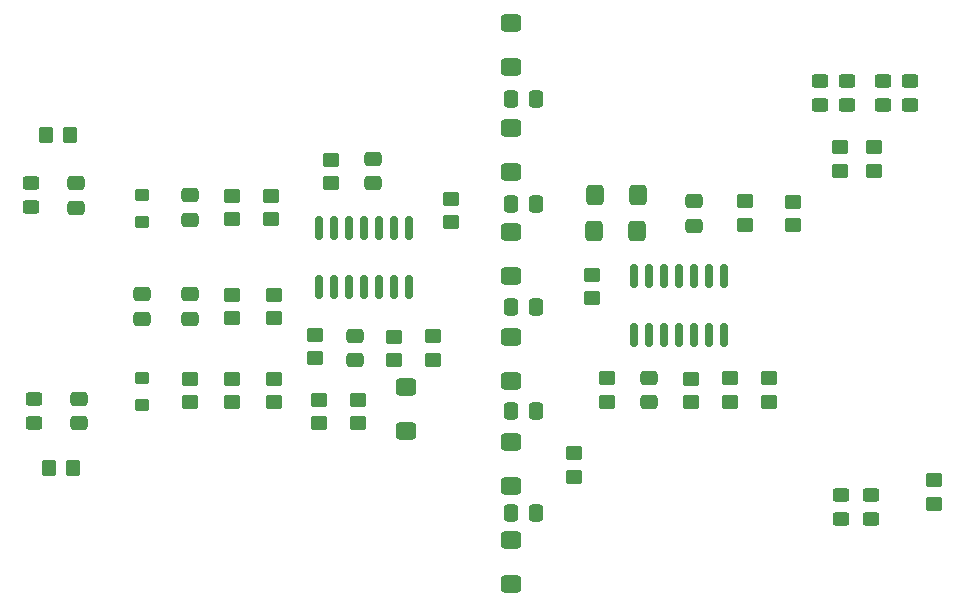
<source format=gbr>
%TF.GenerationSoftware,KiCad,Pcbnew,9.0.0*%
%TF.CreationDate,2025-03-26T23:14:20+00:00*%
%TF.ProjectId,diode-ladder-filter-synth-module,64696f64-652d-46c6-9164-6465722d6669,rev?*%
%TF.SameCoordinates,Original*%
%TF.FileFunction,Paste,Top*%
%TF.FilePolarity,Positive*%
%FSLAX46Y46*%
G04 Gerber Fmt 4.6, Leading zero omitted, Abs format (unit mm)*
G04 Created by KiCad (PCBNEW 9.0.0) date 2025-03-26 23:14:20*
%MOMM*%
%LPD*%
G01*
G04 APERTURE LIST*
G04 Aperture macros list*
%AMRoundRect*
0 Rectangle with rounded corners*
0 $1 Rounding radius*
0 $2 $3 $4 $5 $6 $7 $8 $9 X,Y pos of 4 corners*
0 Add a 4 corners polygon primitive as box body*
4,1,4,$2,$3,$4,$5,$6,$7,$8,$9,$2,$3,0*
0 Add four circle primitives for the rounded corners*
1,1,$1+$1,$2,$3*
1,1,$1+$1,$4,$5*
1,1,$1+$1,$6,$7*
1,1,$1+$1,$8,$9*
0 Add four rect primitives between the rounded corners*
20,1,$1+$1,$2,$3,$4,$5,0*
20,1,$1+$1,$4,$5,$6,$7,0*
20,1,$1+$1,$6,$7,$8,$9,0*
20,1,$1+$1,$8,$9,$2,$3,0*%
G04 Aperture macros list end*
%ADD10RoundRect,0.286538X0.458462X0.563462X-0.458462X0.563462X-0.458462X-0.563462X0.458462X-0.563462X0*%
%ADD11RoundRect,0.284615X0.455385X0.565385X-0.455385X0.565385X-0.455385X-0.565385X0.455385X-0.565385X0*%
%ADD12RoundRect,0.286538X0.563462X-0.458462X0.563462X0.458462X-0.563462X0.458462X-0.563462X-0.458462X0*%
%ADD13RoundRect,0.284615X0.565385X-0.455385X0.565385X0.455385X-0.565385X0.455385X-0.565385X-0.455385X0*%
%ADD14RoundRect,0.250000X0.450000X-0.350000X0.450000X0.350000X-0.450000X0.350000X-0.450000X-0.350000X0*%
%ADD15RoundRect,0.250000X-0.475000X0.337500X-0.475000X-0.337500X0.475000X-0.337500X0.475000X0.337500X0*%
%ADD16RoundRect,0.250000X-0.450000X0.325000X-0.450000X-0.325000X0.450000X-0.325000X0.450000X0.325000X0*%
%ADD17RoundRect,0.286538X-0.458462X-0.563462X0.458462X-0.563462X0.458462X0.563462X-0.458462X0.563462X0*%
%ADD18RoundRect,0.284615X-0.455385X-0.565385X0.455385X-0.565385X0.455385X0.565385X-0.455385X0.565385X0*%
%ADD19RoundRect,0.150000X0.150000X-0.825000X0.150000X0.825000X-0.150000X0.825000X-0.150000X-0.825000X0*%
%ADD20RoundRect,0.250000X-0.450000X0.350000X-0.450000X-0.350000X0.450000X-0.350000X0.450000X0.350000X0*%
%ADD21RoundRect,0.250000X0.337500X0.475000X-0.337500X0.475000X-0.337500X-0.475000X0.337500X-0.475000X0*%
%ADD22RoundRect,0.250000X0.450000X-0.325000X0.450000X0.325000X-0.450000X0.325000X-0.450000X-0.325000X0*%
%ADD23RoundRect,0.250000X0.475000X-0.337500X0.475000X0.337500X-0.475000X0.337500X-0.475000X-0.337500X0*%
%ADD24RoundRect,0.250000X-0.350000X-0.450000X0.350000X-0.450000X0.350000X0.450000X-0.350000X0.450000X0*%
%ADD25RoundRect,0.250000X-0.350000X0.275000X-0.350000X-0.275000X0.350000X-0.275000X0.350000X0.275000X0*%
G04 APERTURE END LIST*
D10*
%TO.C,D14*%
X163193000Y-67818000D03*
D11*
X166878000Y-67818000D03*
%TD*%
D12*
%TO.C,D13*%
X156210000Y-93980000D03*
D13*
X156210000Y-97665000D03*
%TD*%
D14*
%TO.C,R16*%
X139954000Y-82074000D03*
X139954000Y-84074000D03*
%TD*%
D15*
%TO.C,C2*%
X144526000Y-63754000D03*
X144526000Y-61679000D03*
%TD*%
D16*
%TO.C,D5*%
X184150000Y-92202000D03*
X184150000Y-90152000D03*
%TD*%
D17*
%TO.C,D15*%
X166945000Y-64770000D03*
D18*
X163260000Y-64770000D03*
%TD*%
D19*
%TO.C,U2*%
X166624000Y-71628000D03*
X167894000Y-71628000D03*
X169164000Y-71628000D03*
X170434000Y-71628000D03*
X171704000Y-71628000D03*
X172974000Y-71628000D03*
X174244000Y-71628000D03*
X174244000Y-76578000D03*
X172974000Y-76578000D03*
X171704000Y-76578000D03*
X170434000Y-76578000D03*
X169164000Y-76578000D03*
X167894000Y-76578000D03*
X166624000Y-76578000D03*
%TD*%
D20*
%TO.C,R22*%
X171450000Y-82296000D03*
X171450000Y-80296000D03*
%TD*%
D15*
%TO.C,C4*%
X171704000Y-67353000D03*
X171704000Y-65278000D03*
%TD*%
%TO.C,C3*%
X167894000Y-82296000D03*
X167894000Y-80221000D03*
%TD*%
D14*
%TO.C,R7*%
X136144000Y-73184000D03*
X136144000Y-75184000D03*
%TD*%
D15*
%TO.C,C1*%
X143002000Y-78740000D03*
X143002000Y-76665000D03*
%TD*%
D21*
%TO.C,C13*%
X156210000Y-83058000D03*
X158285000Y-83058000D03*
%TD*%
D20*
%TO.C,R6*%
X178054000Y-82248000D03*
X178054000Y-80248000D03*
%TD*%
D12*
%TO.C,D8*%
X156210000Y-50225000D03*
D13*
X156210000Y-53910000D03*
%TD*%
D20*
%TO.C,R26*%
X180086000Y-67310000D03*
X180086000Y-65310000D03*
%TD*%
%TO.C,R9*%
X136144000Y-82296000D03*
X136144000Y-80296000D03*
%TD*%
D14*
%TO.C,R19*%
X132588000Y-64802000D03*
X132588000Y-66802000D03*
%TD*%
%TO.C,R23*%
X174752000Y-80248000D03*
X174752000Y-82248000D03*
%TD*%
D22*
%TO.C,D6*%
X182372000Y-55118000D03*
X182372000Y-57168000D03*
%TD*%
D16*
%TO.C,D2*%
X115570000Y-65804000D03*
X115570000Y-63754000D03*
%TD*%
D23*
%TO.C,C7*%
X124968000Y-73152000D03*
X124968000Y-75227000D03*
%TD*%
D15*
%TO.C,C8*%
X129032000Y-75227000D03*
X129032000Y-73152000D03*
%TD*%
D21*
%TO.C,C14*%
X156210000Y-91694000D03*
X158285000Y-91694000D03*
%TD*%
D20*
%TO.C,R10*%
X149606000Y-78708000D03*
X149606000Y-76708000D03*
%TD*%
D12*
%TO.C,D10*%
X156210000Y-67880000D03*
D13*
X156210000Y-71565000D03*
%TD*%
D14*
%TO.C,R11*%
X161544000Y-86614000D03*
X161544000Y-88614000D03*
%TD*%
D20*
%TO.C,R3*%
X192024000Y-90900000D03*
X192024000Y-88900000D03*
%TD*%
D24*
%TO.C,R1*%
X119094000Y-87884000D03*
X117094000Y-87884000D03*
%TD*%
D12*
%TO.C,D12*%
X156210000Y-85660000D03*
D13*
X156210000Y-89345000D03*
%TD*%
D14*
%TO.C,R13*%
X129032000Y-80296000D03*
X129032000Y-82296000D03*
%TD*%
D12*
%TO.C,D7*%
X147320000Y-81026000D03*
D13*
X147320000Y-84711000D03*
%TD*%
D16*
%TO.C,D4*%
X184658000Y-57168000D03*
X184658000Y-55118000D03*
%TD*%
D23*
%TO.C,C5*%
X119634000Y-81999000D03*
X119634000Y-84074000D03*
%TD*%
D20*
%TO.C,R12*%
X151130000Y-67056000D03*
X151130000Y-65056000D03*
%TD*%
D16*
%TO.C,D17*%
X187706000Y-57159000D03*
X187706000Y-55109000D03*
%TD*%
D14*
%TO.C,R14*%
X132588000Y-80296000D03*
X132588000Y-82296000D03*
%TD*%
D25*
%TO.C,FB1*%
X124968000Y-82550000D03*
X124968000Y-80250000D03*
%TD*%
D14*
%TO.C,R27*%
X186944000Y-60706000D03*
X186944000Y-62706000D03*
%TD*%
D22*
%TO.C,D3*%
X186690000Y-90170000D03*
X186690000Y-92220000D03*
%TD*%
D14*
%TO.C,R4*%
X184023000Y-60706000D03*
X184023000Y-62706000D03*
%TD*%
D22*
%TO.C,D16*%
X189992000Y-55118000D03*
X189992000Y-57168000D03*
%TD*%
D14*
%TO.C,R24*%
X176022000Y-65278000D03*
X176022000Y-67278000D03*
%TD*%
D21*
%TO.C,C10*%
X156210000Y-56642000D03*
X158285000Y-56642000D03*
%TD*%
D12*
%TO.C,D11*%
X156210000Y-76770000D03*
D13*
X156210000Y-80455000D03*
%TD*%
D14*
%TO.C,R15*%
X143256000Y-82074000D03*
X143256000Y-84074000D03*
%TD*%
D20*
%TO.C,R21*%
X164338000Y-82264000D03*
X164338000Y-80264000D03*
%TD*%
D25*
%TO.C,FB2*%
X124968000Y-67056000D03*
X124968000Y-64756000D03*
%TD*%
D16*
%TO.C,D1*%
X115824000Y-84092000D03*
X115824000Y-82042000D03*
%TD*%
D24*
%TO.C,R2*%
X118856000Y-59690000D03*
X116856000Y-59690000D03*
%TD*%
D19*
%TO.C,U1*%
X139954000Y-67564000D03*
X141224000Y-67564000D03*
X142494000Y-67564000D03*
X143764000Y-67564000D03*
X145034000Y-67564000D03*
X146304000Y-67564000D03*
X147574000Y-67564000D03*
X147574000Y-72514000D03*
X146304000Y-72514000D03*
X145034000Y-72514000D03*
X143764000Y-72514000D03*
X142494000Y-72514000D03*
X141224000Y-72514000D03*
X139954000Y-72514000D03*
%TD*%
D15*
%TO.C,C9*%
X129032000Y-66845000D03*
X129032000Y-64770000D03*
%TD*%
D14*
%TO.C,R25*%
X163068000Y-71501000D03*
X163068000Y-73501000D03*
%TD*%
D20*
%TO.C,R20*%
X135890000Y-66802000D03*
X135890000Y-64802000D03*
%TD*%
D14*
%TO.C,R18*%
X132588000Y-73184000D03*
X132588000Y-75184000D03*
%TD*%
%TO.C,R5*%
X139573000Y-76581000D03*
X139573000Y-78581000D03*
%TD*%
D12*
%TO.C,D9*%
X156210000Y-59115000D03*
D13*
X156210000Y-62800000D03*
%TD*%
D20*
%TO.C,R17*%
X140970000Y-63754000D03*
X140970000Y-61754000D03*
%TD*%
D21*
%TO.C,C11*%
X156210000Y-65532000D03*
X158285000Y-65532000D03*
%TD*%
D23*
%TO.C,C6*%
X119380000Y-63754000D03*
X119380000Y-65829000D03*
%TD*%
D14*
%TO.C,R8*%
X146304000Y-76740000D03*
X146304000Y-78740000D03*
%TD*%
D21*
%TO.C,C12*%
X156210000Y-74230000D03*
X158285000Y-74230000D03*
%TD*%
M02*

</source>
